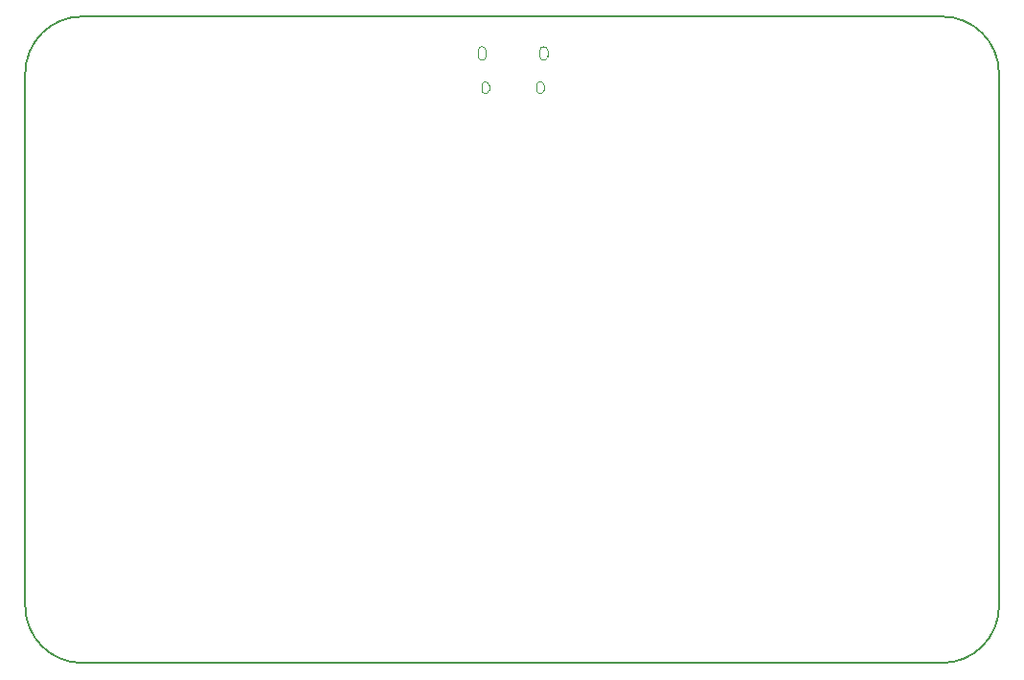
<source format=gbr>
G04 #@! TF.GenerationSoftware,KiCad,Pcbnew,(5.0.1-3-g963ef8bb5)*
G04 #@! TF.CreationDate,2019-04-11T07:51:52+01:00*
G04 #@! TF.ProjectId,invitation,696E7669746174696F6E2E6B69636164,rev?*
G04 #@! TF.SameCoordinates,Original*
G04 #@! TF.FileFunction,Profile,NP*
%FSLAX46Y46*%
G04 Gerber Fmt 4.6, Leading zero omitted, Abs format (unit mm)*
G04 Created by KiCad (PCBNEW (5.0.1-3-g963ef8bb5)) date Thursday, 11 April 2019 at 07:51:52*
%MOMM*%
%LPD*%
G01*
G04 APERTURE LIST*
%ADD10C,0.150000*%
G04 #@! TA.AperFunction,NonConductor*
%ADD11C,0.100000*%
G04 #@! TD*
G04 APERTURE END LIST*
D10*
X119310000Y-123110000D02*
X119310000Y-76050000D01*
X200350000Y-128150000D02*
X124340000Y-128150000D01*
X200340000Y-71000000D02*
X124330000Y-71000000D01*
X205380000Y-123130000D02*
X205380000Y-76050000D01*
X124350000Y-128150000D02*
G75*
G02X119310000Y-123110000I0J5040000D01*
G01*
X205380000Y-123110000D02*
G75*
G02X200340000Y-128150000I-5040000J0D01*
G01*
X200340000Y-71000000D02*
G75*
G02X205380000Y-76040000I0J-5040000D01*
G01*
X119310000Y-76040000D02*
G75*
G02X124350000Y-71000000I5040000J0D01*
G01*
D11*
G04 #@! TO.C,P1*
X160310000Y-77100000D02*
G75*
G03X159660000Y-77100000I-325000J0D01*
G01*
X159660000Y-77100000D02*
X159660000Y-77500000D01*
X159660000Y-77500000D02*
G75*
G03X160310000Y-77500000I325000J0D01*
G01*
X160310000Y-77500000D02*
X160310000Y-77100000D01*
X164510000Y-77100000D02*
G75*
G02X165160000Y-77100000I325000J0D01*
G01*
X165160000Y-77100000D02*
X165160000Y-77500000D01*
X165160000Y-77500000D02*
G75*
G02X164510000Y-77500000I-325000J0D01*
G01*
X164510000Y-77500000D02*
X164510000Y-77100000D01*
X160035000Y-74520000D02*
G75*
G02X159335000Y-74520000I-350000J0D01*
G01*
X159335000Y-74520000D02*
X159335000Y-74020000D01*
X159335000Y-74020000D02*
G75*
G02X160035000Y-74020000I350000J0D01*
G01*
X160035000Y-74020000D02*
X160035000Y-74520000D01*
X164785000Y-74520000D02*
G75*
G03X165485000Y-74520000I350000J0D01*
G01*
X165485000Y-74520000D02*
X165485000Y-74020000D01*
X165485000Y-74020000D02*
G75*
G03X164785000Y-74020000I-350000J0D01*
G01*
X164785000Y-74020000D02*
X164785000Y-74520000D01*
G04 #@! TD*
M02*

</source>
